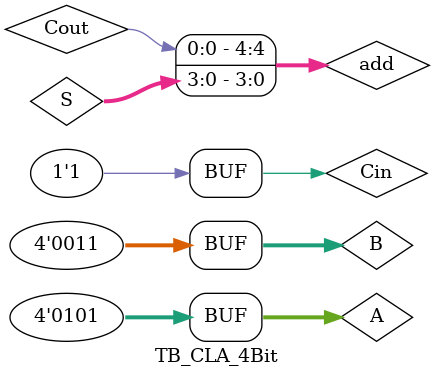
<source format=v>
module TB_CLA_4Bit;
reg [3:0]A, B; 
reg Cin;
wire [3:0] S;
wire Cout;
wire[4:0] add;
  
CLA_4Bit cla(A, B, Cin, S, Cout);
  
assign add = {Cout, S};
initial 
	begin
     $monitor("A = %b: B = %b, Cin = %b --> S = %b, Cout = %b, Addition = %0d", A, B, Cin, S, Cout, add);
     A = 1; B = 0; Cin = 0; #3;
     A = 2; B = 4; Cin = 1; #3;
     A = 4'hb; B = 4'h6; Cin = 0; #3;
     A = 5; B = 3; Cin = 1;
   end
endmodule


</source>
